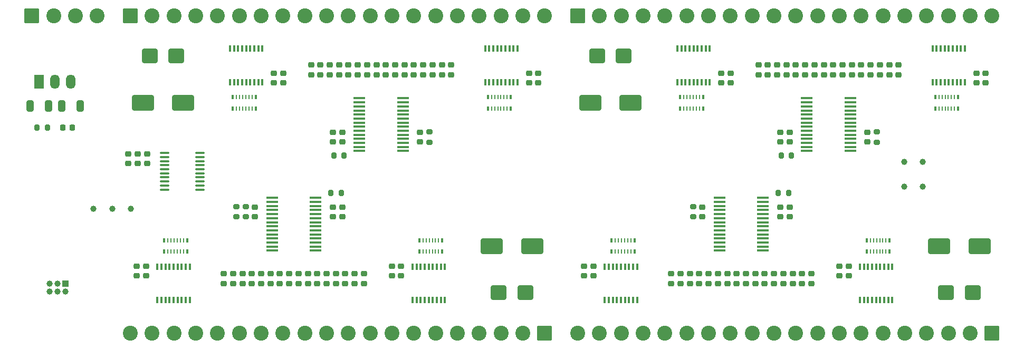
<source format=gts>
G04 #@! TF.GenerationSoftware,KiCad,Pcbnew,9.0.6*
G04 #@! TF.CreationDate,2025-12-17T10:29:11+01:00*
G04 #@! TF.ProjectId,OM-64DO,4f4d2d36-3444-44f2-9e6b-696361645f70,1A*
G04 #@! TF.SameCoordinates,Original*
G04 #@! TF.FileFunction,Soldermask,Top*
G04 #@! TF.FilePolarity,Negative*
%FSLAX46Y46*%
G04 Gerber Fmt 4.6, Leading zero omitted, Abs format (unit mm)*
G04 Created by KiCad (PCBNEW 9.0.6) date 2025-12-17 10:29:11*
%MOMM*%
%LPD*%
G01*
G04 APERTURE LIST*
G04 Aperture macros list*
%AMRoundRect*
0 Rectangle with rounded corners*
0 $1 Rounding radius*
0 $2 $3 $4 $5 $6 $7 $8 $9 X,Y pos of 4 corners*
0 Add a 4 corners polygon primitive as box body*
4,1,4,$2,$3,$4,$5,$6,$7,$8,$9,$2,$3,0*
0 Add four circle primitives for the rounded corners*
1,1,$1+$1,$2,$3*
1,1,$1+$1,$4,$5*
1,1,$1+$1,$6,$7*
1,1,$1+$1,$8,$9*
0 Add four rect primitives between the rounded corners*
20,1,$1+$1,$2,$3,$4,$5,0*
20,1,$1+$1,$4,$5,$6,$7,0*
20,1,$1+$1,$6,$7,$8,$9,0*
20,1,$1+$1,$8,$9,$2,$3,0*%
G04 Aperture macros list end*
%ADD10C,2.400000*%
%ADD11RoundRect,0.250001X0.949999X0.949999X-0.949999X0.949999X-0.949999X-0.949999X0.949999X-0.949999X0*%
%ADD12RoundRect,0.200000X0.200000X0.275000X-0.200000X0.275000X-0.200000X-0.275000X0.200000X-0.275000X0*%
%ADD13RoundRect,0.250000X-0.325000X-0.650000X0.325000X-0.650000X0.325000X0.650000X-0.325000X0.650000X0*%
%ADD14RoundRect,0.250000X0.325000X0.650000X-0.325000X0.650000X-0.325000X-0.650000X0.325000X-0.650000X0*%
%ADD15RoundRect,0.218750X-0.218750X-0.256250X0.218750X-0.256250X0.218750X0.256250X-0.218750X0.256250X0*%
%ADD16O,1.500000X2.300000*%
%ADD17R,1.500000X2.300000*%
%ADD18RoundRect,0.225000X0.250000X-0.225000X0.250000X0.225000X-0.250000X0.225000X-0.250000X-0.225000X0*%
%ADD19RoundRect,0.250001X-0.949999X-0.949999X0.949999X-0.949999X0.949999X0.949999X-0.949999X0.949999X0*%
%ADD20RoundRect,0.250000X1.500000X1.000000X-1.500000X1.000000X-1.500000X-1.000000X1.500000X-1.000000X0*%
%ADD21RoundRect,0.218750X0.256250X-0.218750X0.256250X0.218750X-0.256250X0.218750X-0.256250X-0.218750X0*%
%ADD22RoundRect,0.250000X1.000000X0.900000X-1.000000X0.900000X-1.000000X-0.900000X1.000000X-0.900000X0*%
%ADD23RoundRect,0.200000X0.275000X-0.200000X0.275000X0.200000X-0.275000X0.200000X-0.275000X-0.200000X0*%
%ADD24RoundRect,0.200000X-0.200000X-0.275000X0.200000X-0.275000X0.200000X0.275000X-0.200000X0.275000X0*%
%ADD25R,0.425000X0.800000*%
%ADD26R,0.250000X0.800000*%
%ADD27R,0.400000X1.000000*%
%ADD28RoundRect,0.100000X0.850000X0.100000X-0.850000X0.100000X-0.850000X-0.100000X0.850000X-0.100000X0*%
%ADD29C,1.000000*%
%ADD30RoundRect,0.225000X-0.250000X0.225000X-0.250000X-0.225000X0.250000X-0.225000X0.250000X0.225000X0*%
%ADD31R,1.000000X1.000000*%
%ADD32RoundRect,0.100000X-0.637500X-0.100000X0.637500X-0.100000X0.637500X0.100000X-0.637500X0.100000X0*%
%ADD33RoundRect,0.250000X-1.500000X-1.000000X1.500000X-1.000000X1.500000X1.000000X-1.500000X1.000000X0*%
%ADD34RoundRect,0.218750X-0.256250X0.218750X-0.256250X-0.218750X0.256250X-0.218750X0.256250X0.218750X0*%
%ADD35RoundRect,0.250000X-1.000000X-0.900000X1.000000X-0.900000X1.000000X0.900000X-1.000000X0.900000X0*%
%ADD36RoundRect,0.100000X-0.850000X-0.100000X0.850000X-0.100000X0.850000X0.100000X-0.850000X0.100000X0*%
%ADD37RoundRect,0.200000X-0.275000X0.200000X-0.275000X-0.200000X0.275000X-0.200000X0.275000X0.200000X0*%
G04 APERTURE END LIST*
D10*
G04 #@! TO.C,J401*
X95800000Y-131000000D03*
X99300000Y-131000000D03*
X102800000Y-131000000D03*
X106300000Y-131000000D03*
X109800000Y-131000000D03*
X113300000Y-131000000D03*
X116800000Y-131000000D03*
X120300000Y-131000000D03*
X123800000Y-131000000D03*
X127300000Y-131000000D03*
X130800000Y-131000000D03*
X134300000Y-131000000D03*
X137800000Y-131000000D03*
X141300000Y-131000000D03*
X144800000Y-131000000D03*
X148300000Y-131000000D03*
X151800000Y-131000000D03*
X155300000Y-131000000D03*
X158800000Y-131000000D03*
D11*
X162300000Y-131000000D03*
G04 #@! TD*
D12*
G04 #@! TO.C,R103*
X80835000Y-98000000D03*
X82485000Y-98000000D03*
G04 #@! TD*
D13*
G04 #@! TO.C,C101*
X82635000Y-94500000D03*
X79685000Y-94500000D03*
G04 #@! TD*
D14*
G04 #@! TO.C,C102*
X84765000Y-94500000D03*
X87715000Y-94500000D03*
G04 #@! TD*
D15*
G04 #@! TO.C,D102*
X86527500Y-98000000D03*
X84952500Y-98000000D03*
G04 #@! TD*
D16*
G04 #@! TO.C,U101*
X86240000Y-90600000D03*
X83700000Y-90600000D03*
D17*
X81160000Y-90600000D03*
G04 #@! TD*
D18*
G04 #@! TO.C,C106*
X95500000Y-103775000D03*
X95500000Y-102225000D03*
G04 #@! TD*
D11*
G04 #@! TO.C,J501*
X234100000Y-131000000D03*
D10*
X230600000Y-131000000D03*
X227100000Y-131000000D03*
X223600000Y-131000000D03*
X220100000Y-131000000D03*
X216600000Y-131000000D03*
X213100000Y-131000000D03*
X209600000Y-131000000D03*
X206100000Y-131000000D03*
X202600000Y-131000000D03*
X199100000Y-131000000D03*
X195600000Y-131000000D03*
X192100000Y-131000000D03*
X188600000Y-131000000D03*
X185100000Y-131000000D03*
X181600000Y-131000000D03*
X178100000Y-131000000D03*
X174600000Y-131000000D03*
X171100000Y-131000000D03*
X167600000Y-131000000D03*
G04 #@! TD*
D19*
G04 #@! TO.C,J301*
X167600000Y-80000000D03*
D10*
X171100000Y-80000000D03*
X174600000Y-80000000D03*
X178100000Y-80000000D03*
X181600000Y-80000000D03*
X185100000Y-80000000D03*
X188600000Y-80000000D03*
X192100000Y-80000000D03*
X195600000Y-80000000D03*
X199100000Y-80000000D03*
X202600000Y-80000000D03*
X206100000Y-80000000D03*
X209600000Y-80000000D03*
X213100000Y-80000000D03*
X216600000Y-80000000D03*
X220100000Y-80000000D03*
X223600000Y-80000000D03*
X227100000Y-80000000D03*
X230600000Y-80000000D03*
X234100000Y-80000000D03*
G04 #@! TD*
D19*
G04 #@! TO.C,J201*
X95800000Y-80000000D03*
D10*
X99300000Y-80000000D03*
X102800000Y-80000000D03*
X106300000Y-80000000D03*
X109800000Y-80000000D03*
X113300000Y-80000000D03*
X116800000Y-80000000D03*
X120300000Y-80000000D03*
X123800000Y-80000000D03*
X127300000Y-80000000D03*
X130800000Y-80000000D03*
X134300000Y-80000000D03*
X137800000Y-80000000D03*
X141300000Y-80000000D03*
X144800000Y-80000000D03*
X148300000Y-80000000D03*
X151800000Y-80000000D03*
X155300000Y-80000000D03*
X158800000Y-80000000D03*
X162300000Y-80000000D03*
G04 #@! TD*
D18*
G04 #@! TO.C,C501*
X187600000Y-110725000D03*
X187600000Y-112275000D03*
G04 #@! TD*
D20*
G04 #@! TO.C,C502*
X225600000Y-117000000D03*
X232100000Y-117000000D03*
G04 #@! TD*
D18*
G04 #@! TO.C,C503*
X201600000Y-112275000D03*
X201600000Y-110725000D03*
G04 #@! TD*
G04 #@! TO.C,C504*
X200100000Y-112275000D03*
X200100000Y-110725000D03*
G04 #@! TD*
G04 #@! TO.C,C505*
X209575000Y-121775000D03*
X209575000Y-120225000D03*
G04 #@! TD*
G04 #@! TO.C,C506*
X211075000Y-121775000D03*
X211075000Y-120225000D03*
G04 #@! TD*
G04 #@! TO.C,C507*
X168625000Y-121775000D03*
X168625000Y-120225000D03*
G04 #@! TD*
G04 #@! TO.C,C508*
X170125000Y-121775000D03*
X170125000Y-120225000D03*
G04 #@! TD*
D21*
G04 #@! TO.C,D501*
X205100000Y-121425000D03*
X205100000Y-123000000D03*
G04 #@! TD*
G04 #@! TO.C,D502*
X203600000Y-123000000D03*
X203600000Y-121425000D03*
G04 #@! TD*
G04 #@! TO.C,D503*
X202100000Y-123000000D03*
X202100000Y-121425000D03*
G04 #@! TD*
G04 #@! TO.C,D504*
X200600000Y-123000000D03*
X200600000Y-121425000D03*
G04 #@! TD*
G04 #@! TO.C,D505*
X199100000Y-123000000D03*
X199100000Y-121425000D03*
G04 #@! TD*
G04 #@! TO.C,D506*
X197600000Y-123000000D03*
X197600000Y-121425000D03*
G04 #@! TD*
G04 #@! TO.C,D507*
X196100000Y-123000000D03*
X196100000Y-121425000D03*
G04 #@! TD*
G04 #@! TO.C,D508*
X194600000Y-123000000D03*
X194600000Y-121425000D03*
G04 #@! TD*
G04 #@! TO.C,D509*
X193100000Y-123000000D03*
X193100000Y-121425000D03*
G04 #@! TD*
G04 #@! TO.C,D510*
X191600000Y-123000000D03*
X191600000Y-121425000D03*
G04 #@! TD*
G04 #@! TO.C,D511*
X190100000Y-123000000D03*
X190100000Y-121425000D03*
G04 #@! TD*
G04 #@! TO.C,D512*
X188600000Y-123000000D03*
X188600000Y-121425000D03*
G04 #@! TD*
G04 #@! TO.C,D513*
X187100000Y-123000000D03*
X187100000Y-121425000D03*
G04 #@! TD*
G04 #@! TO.C,D514*
X185600000Y-123000000D03*
X185600000Y-121425000D03*
G04 #@! TD*
G04 #@! TO.C,D515*
X184100000Y-123000000D03*
X184100000Y-121425000D03*
G04 #@! TD*
G04 #@! TO.C,D516*
X182600000Y-123000000D03*
X182600000Y-121425000D03*
G04 #@! TD*
D22*
G04 #@! TO.C,D517*
X226700000Y-124500000D03*
X231000000Y-124500000D03*
G04 #@! TD*
D23*
G04 #@! TO.C,R517*
X186100000Y-112325000D03*
X186100000Y-110675000D03*
G04 #@! TD*
D24*
G04 #@! TO.C,R518*
X199775000Y-108500000D03*
X201425000Y-108500000D03*
G04 #@! TD*
D25*
G04 #@! TO.C,RN501*
X217662500Y-116100000D03*
D26*
X217075000Y-116100000D03*
X216575000Y-116100000D03*
X216075000Y-116100000D03*
X215575000Y-116100000D03*
X215075000Y-116100000D03*
X214575000Y-116100000D03*
D25*
X213987500Y-116100000D03*
X213987500Y-117900000D03*
D26*
X214575000Y-117900000D03*
X215075000Y-117900000D03*
X215575000Y-117900000D03*
X216075000Y-117900000D03*
X216575000Y-117900000D03*
X217075000Y-117900000D03*
D25*
X217662500Y-117900000D03*
G04 #@! TD*
G04 #@! TO.C,RN503*
X176712500Y-116100000D03*
D26*
X176125000Y-116100000D03*
X175625000Y-116100000D03*
X175125000Y-116100000D03*
X174625000Y-116100000D03*
X174125000Y-116100000D03*
X173625000Y-116100000D03*
D25*
X173037500Y-116100000D03*
X173037500Y-117900000D03*
D26*
X173625000Y-117900000D03*
X174125000Y-117900000D03*
X174625000Y-117900000D03*
X175125000Y-117900000D03*
X175625000Y-117900000D03*
X176125000Y-117900000D03*
D25*
X176712500Y-117900000D03*
G04 #@! TD*
D27*
G04 #@! TO.C,U501*
X218100000Y-125700000D03*
X217450000Y-125700000D03*
X216800000Y-125700000D03*
X216150000Y-125700000D03*
X215500000Y-125700000D03*
X214850000Y-125700000D03*
X214200000Y-125700000D03*
X213550000Y-125700000D03*
X212900000Y-125700000D03*
X212900000Y-120300000D03*
X213550000Y-120300000D03*
X214200000Y-120300000D03*
X214850000Y-120300000D03*
X215500000Y-120300000D03*
X216150000Y-120300000D03*
X216800000Y-120300000D03*
X217450000Y-120300000D03*
X218100000Y-120300000D03*
G04 #@! TD*
D28*
G04 #@! TO.C,U502*
X190350000Y-117725000D03*
X190350000Y-117075000D03*
X190350000Y-116425000D03*
X190350000Y-115775000D03*
X190350000Y-115125000D03*
X190350000Y-114475000D03*
X190350000Y-113825000D03*
X190350000Y-113175000D03*
X190350000Y-112525000D03*
X190350000Y-111875000D03*
X190350000Y-111225000D03*
X190350000Y-110575000D03*
X190350000Y-109925000D03*
X190350000Y-109275000D03*
X197350000Y-109275000D03*
X197350000Y-109925000D03*
X197350000Y-110575000D03*
X197350000Y-111225000D03*
X197350000Y-111875000D03*
X197350000Y-112525000D03*
X197350000Y-113175000D03*
X197350000Y-113825000D03*
X197350000Y-114475000D03*
X197350000Y-115125000D03*
X197350000Y-115775000D03*
X197350000Y-116425000D03*
X197350000Y-117075000D03*
X197350000Y-117725000D03*
G04 #@! TD*
D27*
G04 #@! TO.C,U503*
X177150000Y-120300000D03*
X176500000Y-120300000D03*
X175850000Y-120300000D03*
X175200000Y-120300000D03*
X174550000Y-120300000D03*
X173900000Y-120300000D03*
X173250000Y-120300000D03*
X172600000Y-120300000D03*
X171950000Y-120300000D03*
X171950000Y-125700000D03*
X172600000Y-125700000D03*
X173250000Y-125700000D03*
X173900000Y-125700000D03*
X174550000Y-125700000D03*
X175200000Y-125700000D03*
X175850000Y-125700000D03*
X176500000Y-125700000D03*
X177150000Y-125700000D03*
G04 #@! TD*
D10*
G04 #@! TO.C,J101*
X90500000Y-80000000D03*
X87000000Y-80000000D03*
X83500000Y-80000000D03*
D19*
X80000000Y-80000000D03*
G04 #@! TD*
D29*
G04 #@! TO.C,TP106*
X95893750Y-111000000D03*
G04 #@! TD*
D30*
G04 #@! TO.C,C104*
X97000000Y-103775000D03*
X97000000Y-102225000D03*
G04 #@! TD*
D29*
G04 #@! TO.C,TP105*
X92893750Y-111000000D03*
G04 #@! TD*
G04 #@! TO.C,TP104*
X220000000Y-107500000D03*
G04 #@! TD*
G04 #@! TO.C,TP107*
X89893750Y-111000000D03*
G04 #@! TD*
G04 #@! TO.C,TP102*
X223000000Y-103500000D03*
G04 #@! TD*
G04 #@! TO.C,TP101*
X220000000Y-103500000D03*
G04 #@! TD*
G04 #@! TO.C,J102*
X82830000Y-124270000D03*
X82830000Y-123000000D03*
X84100000Y-124270000D03*
X84100000Y-123000000D03*
X85370000Y-124270000D03*
D31*
X85370000Y-123000000D03*
G04 #@! TD*
D32*
G04 #@! TO.C,U103*
X107000000Y-102075000D03*
X107000000Y-102725000D03*
X107000000Y-103375000D03*
X107000000Y-104025000D03*
X107000000Y-104675000D03*
X107000000Y-105325000D03*
X107000000Y-105975000D03*
X107000000Y-106625000D03*
X107000000Y-107275000D03*
X107000000Y-107925000D03*
X101275000Y-107925000D03*
X101275000Y-107275000D03*
X101275000Y-106625000D03*
X101275000Y-105975000D03*
X101275000Y-105325000D03*
X101275000Y-104675000D03*
X101275000Y-104025000D03*
X101275000Y-103375000D03*
X101275000Y-102725000D03*
X101275000Y-102075000D03*
G04 #@! TD*
D29*
G04 #@! TO.C,TP103*
X223000000Y-107500000D03*
G04 #@! TD*
D30*
G04 #@! TO.C,C105*
X98500000Y-103775000D03*
X98500000Y-102225000D03*
G04 #@! TD*
D25*
G04 #@! TO.C,RN201*
X112237500Y-94900000D03*
D26*
X112825000Y-94900000D03*
X113325000Y-94900000D03*
X113825000Y-94900000D03*
X114325000Y-94900000D03*
X114825000Y-94900000D03*
X115325000Y-94900000D03*
D25*
X115912500Y-94900000D03*
X115912500Y-93100000D03*
D26*
X115325000Y-93100000D03*
X114825000Y-93100000D03*
X114325000Y-93100000D03*
X113825000Y-93100000D03*
X113325000Y-93100000D03*
X112825000Y-93100000D03*
D25*
X112237500Y-93100000D03*
G04 #@! TD*
D33*
G04 #@! TO.C,C202*
X97800000Y-94000000D03*
X104300000Y-94000000D03*
G04 #@! TD*
D27*
G04 #@! TO.C,U203*
X152750000Y-90700000D03*
X153400000Y-90700000D03*
X154050000Y-90700000D03*
X154700000Y-90700000D03*
X155350000Y-90700000D03*
X156000000Y-90700000D03*
X156650000Y-90700000D03*
X157300000Y-90700000D03*
X157950000Y-90700000D03*
X157950000Y-85300000D03*
X157300000Y-85300000D03*
X156650000Y-85300000D03*
X156000000Y-85300000D03*
X155350000Y-85300000D03*
X154700000Y-85300000D03*
X154050000Y-85300000D03*
X153400000Y-85300000D03*
X152750000Y-85300000D03*
G04 #@! TD*
D34*
G04 #@! TO.C,D213*
X142800000Y-87925000D03*
X142800000Y-89500000D03*
G04 #@! TD*
G04 #@! TO.C,D212*
X141300000Y-87925000D03*
X141300000Y-89500000D03*
G04 #@! TD*
D25*
G04 #@! TO.C,RN203*
X153187500Y-94900000D03*
D26*
X153775000Y-94900000D03*
X154275000Y-94900000D03*
X154775000Y-94900000D03*
X155275000Y-94900000D03*
X155775000Y-94900000D03*
X156275000Y-94900000D03*
D25*
X156862500Y-94900000D03*
X156862500Y-93100000D03*
D26*
X156275000Y-93100000D03*
X155775000Y-93100000D03*
X155275000Y-93100000D03*
X154775000Y-93100000D03*
X154275000Y-93100000D03*
X153775000Y-93100000D03*
D25*
X153187500Y-93100000D03*
G04 #@! TD*
D34*
G04 #@! TO.C,D214*
X144300000Y-87925000D03*
X144300000Y-89500000D03*
G04 #@! TD*
G04 #@! TO.C,D206*
X132300000Y-87925000D03*
X132300000Y-89500000D03*
G04 #@! TD*
G04 #@! TO.C,D207*
X133800000Y-87925000D03*
X133800000Y-89500000D03*
G04 #@! TD*
D35*
G04 #@! TO.C,D217*
X103200000Y-86500000D03*
X98900000Y-86500000D03*
G04 #@! TD*
D30*
G04 #@! TO.C,C201*
X142300000Y-98725000D03*
X142300000Y-100275000D03*
G04 #@! TD*
D12*
G04 #@! TO.C,R218*
X130125000Y-102500000D03*
X128475000Y-102500000D03*
G04 #@! TD*
D30*
G04 #@! TO.C,C206*
X118825000Y-89225000D03*
X118825000Y-90775000D03*
G04 #@! TD*
D34*
G04 #@! TO.C,D208*
X135300000Y-87925000D03*
X135300000Y-89500000D03*
G04 #@! TD*
D30*
G04 #@! TO.C,C207*
X161275000Y-89225000D03*
X161275000Y-90775000D03*
G04 #@! TD*
D34*
G04 #@! TO.C,D211*
X139800000Y-87925000D03*
X139800000Y-89500000D03*
G04 #@! TD*
D30*
G04 #@! TO.C,C205*
X120325000Y-89225000D03*
X120325000Y-90775000D03*
G04 #@! TD*
D34*
G04 #@! TO.C,D204*
X129300000Y-87925000D03*
X129300000Y-89500000D03*
G04 #@! TD*
G04 #@! TO.C,D203*
X127800000Y-87925000D03*
X127800000Y-89500000D03*
G04 #@! TD*
D36*
G04 #@! TO.C,U202*
X132550000Y-93275000D03*
X132550000Y-93925000D03*
X132550000Y-94575000D03*
X132550000Y-95225000D03*
X132550000Y-95875000D03*
X132550000Y-96525000D03*
X132550000Y-97175000D03*
X132550000Y-97825000D03*
X132550000Y-98475000D03*
X132550000Y-99125000D03*
X132550000Y-99775000D03*
X132550000Y-100425000D03*
X132550000Y-101075000D03*
X132550000Y-101725000D03*
X139550000Y-101725000D03*
X139550000Y-101075000D03*
X139550000Y-100425000D03*
X139550000Y-99775000D03*
X139550000Y-99125000D03*
X139550000Y-98475000D03*
X139550000Y-97825000D03*
X139550000Y-97175000D03*
X139550000Y-96525000D03*
X139550000Y-95875000D03*
X139550000Y-95225000D03*
X139550000Y-94575000D03*
X139550000Y-93925000D03*
X139550000Y-93275000D03*
G04 #@! TD*
D34*
G04 #@! TO.C,D209*
X136800000Y-87925000D03*
X136800000Y-89500000D03*
G04 #@! TD*
G04 #@! TO.C,D201*
X124800000Y-87925000D03*
X124800000Y-89500000D03*
G04 #@! TD*
D30*
G04 #@! TO.C,C203*
X128300000Y-98725000D03*
X128300000Y-100275000D03*
G04 #@! TD*
D37*
G04 #@! TO.C,R217*
X143800000Y-98675000D03*
X143800000Y-100325000D03*
G04 #@! TD*
D34*
G04 #@! TO.C,D205*
X130800000Y-87925000D03*
X130800000Y-89500000D03*
G04 #@! TD*
D30*
G04 #@! TO.C,C204*
X129800000Y-98725000D03*
X129800000Y-100275000D03*
G04 #@! TD*
D34*
G04 #@! TO.C,D210*
X138300000Y-87925000D03*
X138300000Y-89500000D03*
G04 #@! TD*
D27*
G04 #@! TO.C,U201*
X111800000Y-90700000D03*
X112450000Y-90700000D03*
X113100000Y-90700000D03*
X113750000Y-90700000D03*
X114400000Y-90700000D03*
X115050000Y-90700000D03*
X115700000Y-90700000D03*
X116350000Y-90700000D03*
X117000000Y-90700000D03*
X117000000Y-85300000D03*
X116350000Y-85300000D03*
X115700000Y-85300000D03*
X115050000Y-85300000D03*
X114400000Y-85300000D03*
X113750000Y-85300000D03*
X113100000Y-85300000D03*
X112450000Y-85300000D03*
X111800000Y-85300000D03*
G04 #@! TD*
D34*
G04 #@! TO.C,D216*
X147300000Y-87925000D03*
X147300000Y-89500000D03*
G04 #@! TD*
G04 #@! TO.C,D215*
X145800000Y-87925000D03*
X145800000Y-89500000D03*
G04 #@! TD*
D30*
G04 #@! TO.C,C208*
X159775000Y-89225000D03*
X159775000Y-90775000D03*
G04 #@! TD*
D34*
G04 #@! TO.C,D202*
X126300000Y-87925000D03*
X126300000Y-89500000D03*
G04 #@! TD*
D28*
G04 #@! TO.C,U402*
X125550000Y-117725000D03*
X125550000Y-117075000D03*
X125550000Y-116425000D03*
X125550000Y-115775000D03*
X125550000Y-115125000D03*
X125550000Y-114475000D03*
X125550000Y-113825000D03*
X125550000Y-113175000D03*
X125550000Y-112525000D03*
X125550000Y-111875000D03*
X125550000Y-111225000D03*
X125550000Y-110575000D03*
X125550000Y-109925000D03*
X125550000Y-109275000D03*
X118550000Y-109275000D03*
X118550000Y-109925000D03*
X118550000Y-110575000D03*
X118550000Y-111225000D03*
X118550000Y-111875000D03*
X118550000Y-112525000D03*
X118550000Y-113175000D03*
X118550000Y-113825000D03*
X118550000Y-114475000D03*
X118550000Y-115125000D03*
X118550000Y-115775000D03*
X118550000Y-116425000D03*
X118550000Y-117075000D03*
X118550000Y-117725000D03*
G04 #@! TD*
D25*
G04 #@! TO.C,RN403*
X104912500Y-116100000D03*
D26*
X104325000Y-116100000D03*
X103825000Y-116100000D03*
X103325000Y-116100000D03*
X102825000Y-116100000D03*
X102325000Y-116100000D03*
X101825000Y-116100000D03*
D25*
X101237500Y-116100000D03*
X101237500Y-117900000D03*
D26*
X101825000Y-117900000D03*
X102325000Y-117900000D03*
X102825000Y-117900000D03*
X103325000Y-117900000D03*
X103825000Y-117900000D03*
X104325000Y-117900000D03*
D25*
X104912500Y-117900000D03*
G04 #@! TD*
D18*
G04 #@! TO.C,C408*
X98325000Y-121775000D03*
X98325000Y-120225000D03*
G04 #@! TD*
D27*
G04 #@! TO.C,U403*
X105350000Y-125700000D03*
X104700000Y-125700000D03*
X104050000Y-125700000D03*
X103400000Y-125700000D03*
X102750000Y-125700000D03*
X102100000Y-125700000D03*
X101450000Y-125700000D03*
X100800000Y-125700000D03*
X100150000Y-125700000D03*
X100150000Y-120300000D03*
X100800000Y-120300000D03*
X101450000Y-120300000D03*
X102100000Y-120300000D03*
X102750000Y-120300000D03*
X103400000Y-120300000D03*
X104050000Y-120300000D03*
X104700000Y-120300000D03*
X105350000Y-120300000D03*
G04 #@! TD*
D21*
G04 #@! TO.C,D408*
X122800000Y-121425000D03*
X122800000Y-123000000D03*
G04 #@! TD*
G04 #@! TO.C,D407*
X124300000Y-121425000D03*
X124300000Y-123000000D03*
G04 #@! TD*
G04 #@! TO.C,D403*
X130300000Y-121425000D03*
X130300000Y-123000000D03*
G04 #@! TD*
D23*
G04 #@! TO.C,R417*
X114300000Y-112325000D03*
X114300000Y-110675000D03*
G04 #@! TD*
D27*
G04 #@! TO.C,U401*
X146300000Y-120300000D03*
X145650000Y-120300000D03*
X145000000Y-120300000D03*
X144350000Y-120300000D03*
X143700000Y-120300000D03*
X143050000Y-120300000D03*
X142400000Y-120300000D03*
X141750000Y-120300000D03*
X141100000Y-120300000D03*
X141100000Y-125700000D03*
X141750000Y-125700000D03*
X142400000Y-125700000D03*
X143050000Y-125700000D03*
X143700000Y-125700000D03*
X144350000Y-125700000D03*
X145000000Y-125700000D03*
X145650000Y-125700000D03*
X146300000Y-125700000D03*
G04 #@! TD*
D18*
G04 #@! TO.C,C406*
X139275000Y-121775000D03*
X139275000Y-120225000D03*
G04 #@! TD*
D24*
G04 #@! TO.C,R418*
X127975000Y-108500000D03*
X129625000Y-108500000D03*
G04 #@! TD*
D21*
G04 #@! TO.C,D406*
X125800000Y-121425000D03*
X125800000Y-123000000D03*
G04 #@! TD*
D18*
G04 #@! TO.C,C405*
X137775000Y-121775000D03*
X137775000Y-120225000D03*
G04 #@! TD*
D21*
G04 #@! TO.C,D405*
X127300000Y-121425000D03*
X127300000Y-123000000D03*
G04 #@! TD*
G04 #@! TO.C,D411*
X118300000Y-121425000D03*
X118300000Y-123000000D03*
G04 #@! TD*
G04 #@! TO.C,D402*
X131800000Y-121425000D03*
X131800000Y-123000000D03*
G04 #@! TD*
D18*
G04 #@! TO.C,C403*
X129800000Y-112275000D03*
X129800000Y-110725000D03*
G04 #@! TD*
D21*
G04 #@! TO.C,D415*
X112300000Y-121425000D03*
X112300000Y-123000000D03*
G04 #@! TD*
G04 #@! TO.C,D409*
X121300000Y-121425000D03*
X121300000Y-123000000D03*
G04 #@! TD*
G04 #@! TO.C,D412*
X116800000Y-121425000D03*
X116800000Y-123000000D03*
G04 #@! TD*
G04 #@! TO.C,D416*
X110800000Y-121425000D03*
X110800000Y-123000000D03*
G04 #@! TD*
D18*
G04 #@! TO.C,C407*
X96825000Y-121775000D03*
X96825000Y-120225000D03*
G04 #@! TD*
D21*
G04 #@! TO.C,D401*
X133300000Y-121425000D03*
X133300000Y-123000000D03*
G04 #@! TD*
D25*
G04 #@! TO.C,RN401*
X145862500Y-116100000D03*
D26*
X145275000Y-116100000D03*
X144775000Y-116100000D03*
X144275000Y-116100000D03*
X143775000Y-116100000D03*
X143275000Y-116100000D03*
X142775000Y-116100000D03*
D25*
X142187500Y-116100000D03*
X142187500Y-117900000D03*
D26*
X142775000Y-117900000D03*
X143275000Y-117900000D03*
X143775000Y-117900000D03*
X144275000Y-117900000D03*
X144775000Y-117900000D03*
X145275000Y-117900000D03*
D25*
X145862500Y-117900000D03*
G04 #@! TD*
D21*
G04 #@! TO.C,D404*
X128800000Y-121425000D03*
X128800000Y-123000000D03*
G04 #@! TD*
G04 #@! TO.C,D413*
X115300000Y-121425000D03*
X115300000Y-123000000D03*
G04 #@! TD*
G04 #@! TO.C,D410*
X119800000Y-121425000D03*
X119800000Y-123000000D03*
G04 #@! TD*
D18*
G04 #@! TO.C,C404*
X128300000Y-112275000D03*
X128300000Y-110725000D03*
G04 #@! TD*
D21*
G04 #@! TO.C,D414*
X113800000Y-121425000D03*
X113800000Y-123000000D03*
G04 #@! TD*
D37*
G04 #@! TO.C,R101*
X112800000Y-112325000D03*
X112800000Y-110675000D03*
G04 #@! TD*
D18*
G04 #@! TO.C,C401*
X115800000Y-112275000D03*
X115800000Y-110725000D03*
G04 #@! TD*
D22*
G04 #@! TO.C,D417*
X159200000Y-124500000D03*
X154900000Y-124500000D03*
G04 #@! TD*
D20*
G04 #@! TO.C,C402*
X160300000Y-117000000D03*
X153800000Y-117000000D03*
G04 #@! TD*
D30*
G04 #@! TO.C,C305*
X192125000Y-90775000D03*
X192125000Y-89225000D03*
G04 #@! TD*
D33*
G04 #@! TO.C,C302*
X176100000Y-94000000D03*
X169600000Y-94000000D03*
G04 #@! TD*
D36*
G04 #@! TO.C,U302*
X211350000Y-93275000D03*
X211350000Y-93925000D03*
X211350000Y-94575000D03*
X211350000Y-95225000D03*
X211350000Y-95875000D03*
X211350000Y-96525000D03*
X211350000Y-97175000D03*
X211350000Y-97825000D03*
X211350000Y-98475000D03*
X211350000Y-99125000D03*
X211350000Y-99775000D03*
X211350000Y-100425000D03*
X211350000Y-101075000D03*
X211350000Y-101725000D03*
X204350000Y-101725000D03*
X204350000Y-101075000D03*
X204350000Y-100425000D03*
X204350000Y-99775000D03*
X204350000Y-99125000D03*
X204350000Y-98475000D03*
X204350000Y-97825000D03*
X204350000Y-97175000D03*
X204350000Y-96525000D03*
X204350000Y-95875000D03*
X204350000Y-95225000D03*
X204350000Y-94575000D03*
X204350000Y-93925000D03*
X204350000Y-93275000D03*
G04 #@! TD*
D30*
G04 #@! TO.C,C303*
X200100000Y-100275000D03*
X200100000Y-98725000D03*
G04 #@! TD*
D34*
G04 #@! TO.C,D305*
X202600000Y-89500000D03*
X202600000Y-87925000D03*
G04 #@! TD*
G04 #@! TO.C,D311*
X211600000Y-89500000D03*
X211600000Y-87925000D03*
G04 #@! TD*
G04 #@! TO.C,D309*
X208600000Y-89500000D03*
X208600000Y-87925000D03*
G04 #@! TD*
G04 #@! TO.C,D310*
X210100000Y-89500000D03*
X210100000Y-87925000D03*
G04 #@! TD*
D35*
G04 #@! TO.C,D317*
X175000000Y-86500000D03*
X170700000Y-86500000D03*
G04 #@! TD*
D30*
G04 #@! TO.C,C307*
X233075000Y-90775000D03*
X233075000Y-89225000D03*
G04 #@! TD*
D25*
G04 #@! TO.C,RN301*
X184037500Y-93100000D03*
D26*
X184625000Y-93100000D03*
X185125000Y-93100000D03*
X185625000Y-93100000D03*
X186125000Y-93100000D03*
X186625000Y-93100000D03*
X187125000Y-93100000D03*
D25*
X187712500Y-93100000D03*
X187712500Y-94900000D03*
D26*
X187125000Y-94900000D03*
X186625000Y-94900000D03*
X186125000Y-94900000D03*
X185625000Y-94900000D03*
X185125000Y-94900000D03*
X184625000Y-94900000D03*
D25*
X184037500Y-94900000D03*
G04 #@! TD*
D34*
G04 #@! TO.C,D314*
X216100000Y-89500000D03*
X216100000Y-87925000D03*
G04 #@! TD*
G04 #@! TO.C,D308*
X207100000Y-89500000D03*
X207100000Y-87925000D03*
G04 #@! TD*
D12*
G04 #@! TO.C,R318*
X200275000Y-102500000D03*
X201925000Y-102500000D03*
G04 #@! TD*
D27*
G04 #@! TO.C,U303*
X224550000Y-85300000D03*
X225200000Y-85300000D03*
X225850000Y-85300000D03*
X226500000Y-85300000D03*
X227150000Y-85300000D03*
X227800000Y-85300000D03*
X228450000Y-85300000D03*
X229100000Y-85300000D03*
X229750000Y-85300000D03*
X229750000Y-90700000D03*
X229100000Y-90700000D03*
X228450000Y-90700000D03*
X227800000Y-90700000D03*
X227150000Y-90700000D03*
X226500000Y-90700000D03*
X225850000Y-90700000D03*
X225200000Y-90700000D03*
X224550000Y-90700000D03*
G04 #@! TD*
D25*
G04 #@! TO.C,RN303*
X224987500Y-93100000D03*
D26*
X225575000Y-93100000D03*
X226075000Y-93100000D03*
X226575000Y-93100000D03*
X227075000Y-93100000D03*
X227575000Y-93100000D03*
X228075000Y-93100000D03*
D25*
X228662500Y-93100000D03*
X228662500Y-94900000D03*
D26*
X228075000Y-94900000D03*
X227575000Y-94900000D03*
X227075000Y-94900000D03*
X226575000Y-94900000D03*
X226075000Y-94900000D03*
X225575000Y-94900000D03*
D25*
X224987500Y-94900000D03*
G04 #@! TD*
D37*
G04 #@! TO.C,R317*
X215600000Y-100325000D03*
X215600000Y-98675000D03*
G04 #@! TD*
D34*
G04 #@! TO.C,D304*
X201100000Y-89500000D03*
X201100000Y-87925000D03*
G04 #@! TD*
G04 #@! TO.C,D307*
X205600000Y-89500000D03*
X205600000Y-87925000D03*
G04 #@! TD*
G04 #@! TO.C,D315*
X217600000Y-89500000D03*
X217600000Y-87925000D03*
G04 #@! TD*
D30*
G04 #@! TO.C,C308*
X231575000Y-90775000D03*
X231575000Y-89225000D03*
G04 #@! TD*
D34*
G04 #@! TO.C,D302*
X198100000Y-89500000D03*
X198100000Y-87925000D03*
G04 #@! TD*
G04 #@! TO.C,D316*
X219100000Y-89500000D03*
X219100000Y-87925000D03*
G04 #@! TD*
D27*
G04 #@! TO.C,U301*
X183600000Y-85300000D03*
X184250000Y-85300000D03*
X184900000Y-85300000D03*
X185550000Y-85300000D03*
X186200000Y-85300000D03*
X186850000Y-85300000D03*
X187500000Y-85300000D03*
X188150000Y-85300000D03*
X188800000Y-85300000D03*
X188800000Y-90700000D03*
X188150000Y-90700000D03*
X187500000Y-90700000D03*
X186850000Y-90700000D03*
X186200000Y-90700000D03*
X185550000Y-90700000D03*
X184900000Y-90700000D03*
X184250000Y-90700000D03*
X183600000Y-90700000D03*
G04 #@! TD*
D30*
G04 #@! TO.C,C304*
X201600000Y-100275000D03*
X201600000Y-98725000D03*
G04 #@! TD*
G04 #@! TO.C,C306*
X190625000Y-90775000D03*
X190625000Y-89225000D03*
G04 #@! TD*
D34*
G04 #@! TO.C,D303*
X199600000Y-89500000D03*
X199600000Y-87925000D03*
G04 #@! TD*
G04 #@! TO.C,D306*
X204100000Y-89500000D03*
X204100000Y-87925000D03*
G04 #@! TD*
D30*
G04 #@! TO.C,C301*
X214100000Y-100275000D03*
X214100000Y-98725000D03*
G04 #@! TD*
D34*
G04 #@! TO.C,D301*
X196600000Y-89500000D03*
X196600000Y-87925000D03*
G04 #@! TD*
G04 #@! TO.C,D313*
X214600000Y-89500000D03*
X214600000Y-87925000D03*
G04 #@! TD*
G04 #@! TO.C,D312*
X213100000Y-89500000D03*
X213100000Y-87925000D03*
G04 #@! TD*
M02*

</source>
